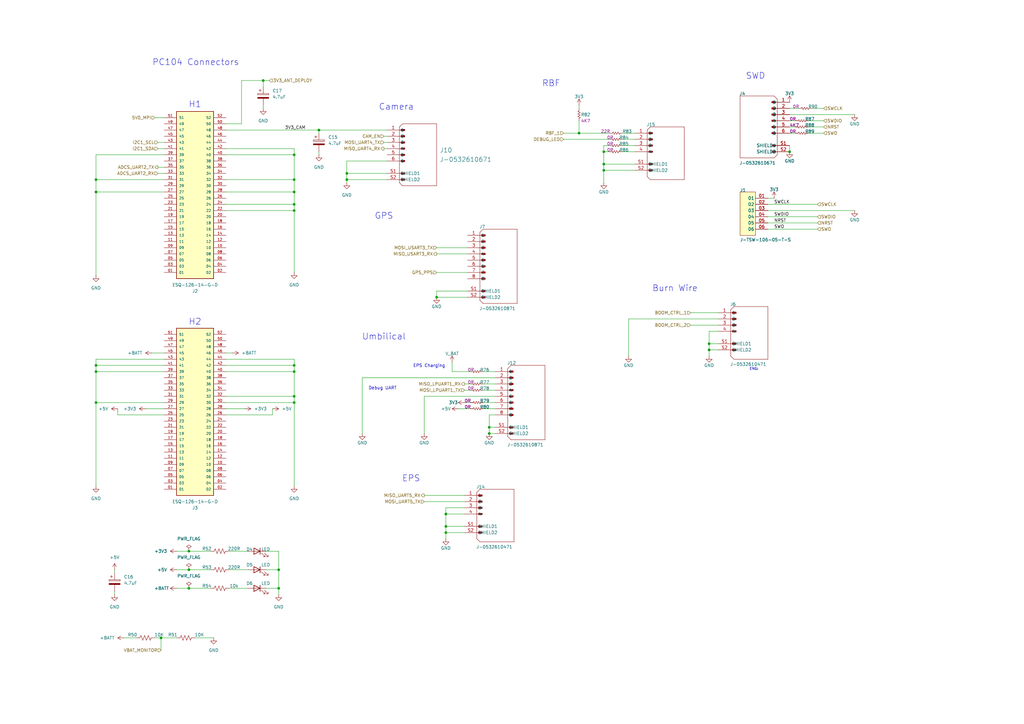
<source format=kicad_sch>
(kicad_sch (version 20250114) (generator "eeschema") (generator_version "9.0")
  (paper "A3")
  (text "H2" (at 80.01 132.08 0) (effects (font (size 2.54 2.54))))
  (text "PC104 Connectors" (at 80.264 25.654 0) (effects (font (size 2.54 2.54))))
  (text "RBF" (at 226.06 34.29 0) (effects (font (size 2.54 2.54))))
  (text "Debug UART" (at 151.13 160.02 0) (effects (font (size 1.27 1.27)) (justify left bottom)))
  (text "Burn Wire" (at 276.86 118.364 0) (effects (font (size 2.54 2.54))))
  (text "ENG:" (at 307.412 151.98 0) (effects (font (size 1.016 1.016)) (justify left bottom)))
  (text "Camera" (at 162.56 43.942 0) (effects (font (size 2.54 2.54))))
  (text "H1" (at 80.01 42.926 0) (effects (font (size 2.54 2.54))))
  (text "GPS" (at 157.48 88.646 0) (effects (font (size 2.54 2.54))))
  (text "EPS" (at 168.656 196.342 0) (effects (font (size 2.54 2.54))))
  (text "Umbilical" (at 157.48 138.176 0) (effects (font (size 2.54 2.54))))
  (text "EPS Charging" (at 169.418 150.876 0) (effects (font (size 1.27 1.27)) (justify left bottom)))
  (text "SWD" (at 309.88 31.242 0) (effects (font (size 2.54 2.54))))
  (junction (at 182.88 218.44))
  (junction (at 39.37 149.86))
  (junction (at 120.65 63.5))
  (junction (at 39.37 152.4))
  (junction (at 120.65 149.86))
  (junction (at 39.37 73.66))
  (junction (at 66.04 261.62))
  (junction (at 323.85 62.23))
  (junction (at 290.83 140.97))
  (junction (at 200.66 177.8))
  (junction (at 120.65 78.74))
  (junction (at 114.3 233.68))
  (junction (at 120.65 73.66))
  (junction (at 200.66 175.26))
  (junction (at 120.65 86.36))
  (junction (at 130.81 53.34))
  (junction (at 237.49 54.61))
  (junction (at 290.83 143.51))
  (junction (at 179.07 121.92))
  (junction (at 247.65 69.85))
  (junction (at 120.65 162.56))
  (junction (at 77.47 233.68))
  (junction (at 142.24 73.66))
  (junction (at 182.88 210.82))
  (junction (at 247.65 62.23))
  (junction (at 39.37 165.1))
  (junction (at 120.65 83.82))
  (junction (at 114.3 241.3))
  (junction (at 247.65 67.31))
  (junction (at 77.47 241.3))
  (junction (at 39.37 78.74))
  (junction (at 77.47 226.06))
  (junction (at 120.65 152.4))
  (junction (at 182.88 215.9))
  (junction (at 107.95 33.02))
  (junction (at 142.24 71.12))
  (junction (at 120.65 165.1))
  (wire (pts (xy 120.65 78.74) (xy 120.65 83.82)))
  (wire (pts (xy 326.39 52.07) (xy 323.85 52.07)))
  (wire (pts (xy 120.65 152.4) (xy 120.65 162.56)))
  (wire (pts (xy 39.37 78.74) (xy 67.31 78.74)))
  (wire (pts (xy 157.48 60.96) (xy 158.75 60.96)))
  (wire (pts (xy 107.95 44.45) (xy 107.95 43.18)))
  (wire (pts (xy 148.59 154.94) (xy 148.59 177.8)))
  (wire (pts (xy 250.19 62.23) (xy 247.65 62.23)))
  (wire (pts (xy 237.49 44.45) (xy 237.49 43.18)))
  (wire (pts (xy 92.71 53.34) (xy 130.81 53.34)))
  (wire (pts (xy 237.49 54.61) (xy 250.19 54.61)))
  (wire (pts (xy 294.64 140.97) (xy 290.83 140.97)))
  (wire (pts (xy 39.37 147.32) (xy 67.31 147.32)))
  (wire (pts (xy 114.3 241.3) (xy 114.3 243.84)))
  (wire (pts (xy 314.96 83.82) (xy 335.28 83.82)))
  (wire (pts (xy 190.5 218.44) (xy 182.88 218.44)))
  (wire (pts (xy 72.39 241.3) (xy 77.47 241.3)))
  (wire (pts (xy 77.47 241.3) (xy 86.36 241.3)))
  (wire (pts (xy 99.06 33.02) (xy 107.95 33.02)))
  (wire (pts (xy 185.42 152.4) (xy 193.04 152.4)))
  (wire (pts (xy 72.39 233.68) (xy 77.47 233.68)))
  (wire (pts (xy 46.99 243.84) (xy 46.99 242.57)))
  (wire (pts (xy 120.65 63.5) (xy 120.65 73.66)))
  (wire (pts (xy 294.64 135.89) (xy 290.83 135.89)))
  (wire (pts (xy 179.07 101.6) (xy 191.77 101.6)))
  (wire (pts (xy 260.35 54.61) (xy 255.27 54.61)))
  (wire (pts (xy 110.49 33.02) (xy 107.95 33.02)))
  (wire (pts (xy 93.98 226.06) (xy 101.6 226.06)))
  (wire (pts (xy 120.65 165.1) (xy 120.65 199.39)))
  (wire (pts (xy 72.39 226.06) (xy 77.47 226.06)))
  (wire (pts (xy 350.52 46.99) (xy 323.85 46.99)))
  (wire (pts (xy 48.26 170.18) (xy 67.31 170.18)))
  (wire (pts (xy 331.47 49.53) (xy 337.82 49.53)))
  (wire (pts (xy 203.2 157.48) (xy 198.12 157.48)))
  (wire (pts (xy 39.37 152.4) (xy 39.37 165.1)))
  (wire (pts (xy 332.74 44.45) (xy 337.82 44.45)))
  (wire (pts (xy 203.2 175.26) (xy 200.66 175.26)))
  (wire (pts (xy 257.81 130.81) (xy 257.81 146.05)))
  (wire (pts (xy 173.99 162.56) (xy 173.99 177.8)))
  (wire (pts (xy 120.65 147.32) (xy 120.65 149.86)))
  (wire (pts (xy 294.64 130.81) (xy 257.81 130.81)))
  (wire (pts (xy 120.65 83.82) (xy 120.65 86.36)))
  (wire (pts (xy 185.42 148.59) (xy 185.42 152.4)))
  (wire (pts (xy 77.47 233.68) (xy 86.36 233.68)))
  (wire (pts (xy 111.76 167.64) (xy 111.76 170.18)))
  (wire (pts (xy 48.26 167.64) (xy 48.26 170.18)))
  (wire (pts (xy 327.66 44.45) (xy 323.85 44.45)))
  (wire (pts (xy 92.71 147.32) (xy 120.65 147.32)))
  (wire (pts (xy 290.83 135.89) (xy 290.83 140.97)))
  (wire (pts (xy 198.12 165.1) (xy 203.2 165.1)))
  (wire (pts (xy 157.48 55.88) (xy 158.75 55.88)))
  (wire (pts (xy 247.65 74.93) (xy 247.65 69.85)))
  (wire (pts (xy 182.88 215.9) (xy 190.5 215.9)))
  (wire (pts (xy 92.71 149.86) (xy 120.65 149.86)))
  (wire (pts (xy 231.14 57.15) (xy 250.19 57.15)))
  (wire (pts (xy 130.81 63.5) (xy 130.81 62.23)))
  (wire (pts (xy 66.04 261.62) (xy 66.04 266.7)))
  (wire (pts (xy 193.04 160.02) (xy 190.5 160.02)))
  (wire (pts (xy 331.47 52.07) (xy 337.82 52.07)))
  (wire (pts (xy 193.04 167.64) (xy 187.96 167.64)))
  (wire (pts (xy 294.64 133.35) (xy 283.21 133.35)))
  (wire (pts (xy 179.07 121.92) (xy 179.07 119.38)))
  (wire (pts (xy 198.12 152.4) (xy 203.2 152.4)))
  (wire (pts (xy 198.12 167.64) (xy 203.2 167.64)))
  (wire (pts (xy 114.3 226.06) (xy 114.3 233.68)))
  (wire (pts (xy 39.37 63.5) (xy 39.37 73.66)))
  (wire (pts (xy 182.88 208.28) (xy 190.5 208.28)))
  (wire (pts (xy 193.04 165.1) (xy 190.5 165.1)))
  (wire (pts (xy 67.31 144.78) (xy 62.23 144.78)))
  (wire (pts (xy 92.71 63.5) (xy 120.65 63.5)))
  (wire (pts (xy 39.37 165.1) (xy 67.31 165.1)))
  (wire (pts (xy 120.65 86.36) (xy 120.65 111.76)))
  (wire (pts (xy 130.81 54.61) (xy 130.81 53.34)))
  (wire (pts (xy 173.99 205.74) (xy 190.5 205.74)))
  (wire (pts (xy 317.5 81.28) (xy 314.96 81.28)))
  (wire (pts (xy 182.88 210.82) (xy 190.5 210.82)))
  (wire (pts (xy 92.71 50.8) (xy 99.06 50.8)))
  (wire (pts (xy 198.12 160.02) (xy 203.2 160.02)))
  (wire (pts (xy 93.98 233.68) (xy 101.6 233.68)))
  (wire (pts (xy 260.35 69.85) (xy 247.65 69.85)))
  (wire (pts (xy 109.22 226.06) (xy 114.3 226.06)))
  (wire (pts (xy 67.31 63.5) (xy 39.37 63.5)))
  (wire (pts (xy 130.81 53.34) (xy 158.75 53.34)))
  (wire (pts (xy 50.8 261.62) (xy 55.88 261.62)))
  (wire (pts (xy 107.95 33.02) (xy 107.95 35.56)))
  (wire (pts (xy 64.77 60.96) (xy 67.31 60.96)))
  (wire (pts (xy 92.71 60.96) (xy 120.65 60.96)))
  (wire (pts (xy 120.65 149.86) (xy 120.65 152.4)))
  (wire (pts (xy 39.37 149.86) (xy 67.31 149.86)))
  (wire (pts (xy 283.21 128.27) (xy 294.64 128.27)))
  (wire (pts (xy 350.52 86.36) (xy 314.96 86.36)))
  (wire (pts (xy 142.24 73.66) (xy 158.75 73.66)))
  (wire (pts (xy 182.88 215.9) (xy 182.88 210.82)))
  (wire (pts (xy 92.71 83.82) (xy 120.65 83.82)))
  (wire (pts (xy 182.88 210.82) (xy 182.88 208.28)))
  (wire (pts (xy 100.33 167.64) (xy 92.71 167.64)))
  (wire (pts (xy 142.24 73.66) (xy 142.24 71.12)))
  (wire (pts (xy 63.5 48.26) (xy 67.31 48.26)))
  (wire (pts (xy 255.27 57.15) (xy 260.35 57.15)))
  (wire (pts (xy 290.83 143.51) (xy 290.83 146.05)))
  (wire (pts (xy 247.65 62.23) (xy 247.65 67.31)))
  (wire (pts (xy 77.47 226.06) (xy 86.36 226.06)))
  (wire (pts (xy 331.47 54.61) (xy 337.82 54.61)))
  (wire (pts (xy 179.07 119.38) (xy 191.77 119.38)))
  (wire (pts (xy 95.25 144.78) (xy 92.71 144.78)))
  (wire (pts (xy 39.37 152.4) (xy 67.31 152.4)))
  (wire (pts (xy 109.22 233.68) (xy 114.3 233.68)))
  (wire (pts (xy 314.96 93.98) (xy 335.28 93.98)))
  (wire (pts (xy 179.07 121.92) (xy 191.77 121.92)))
  (wire (pts (xy 200.66 175.26) (xy 200.66 177.8)))
  (wire (pts (xy 231.14 54.61) (xy 237.49 54.61)))
  (wire (pts (xy 80.01 261.62) (xy 87.63 261.62)))
  (wire (pts (xy 92.71 73.66) (xy 120.65 73.66)))
  (wire (pts (xy 323.85 62.23) (xy 323.85 59.69)))
  (wire (pts (xy 142.24 71.12) (xy 158.75 71.12)))
  (wire (pts (xy 250.19 59.69) (xy 247.65 59.69)))
  (wire (pts (xy 64.77 58.42) (xy 67.31 58.42)))
  (wire (pts (xy 247.65 69.85) (xy 247.65 67.31)))
  (wire (pts (xy 64.77 68.58) (xy 67.31 68.58)))
  (wire (pts (xy 182.88 218.44) (xy 182.88 220.98)))
  (wire (pts (xy 120.65 162.56) (xy 120.65 165.1)))
  (wire (pts (xy 39.37 78.74) (xy 39.37 113.03)))
  (wire (pts (xy 64.77 71.12) (xy 67.31 71.12)))
  (wire (pts (xy 314.96 91.44) (xy 335.28 91.44)))
  (wire (pts (xy 157.48 58.42) (xy 158.75 58.42)))
  (wire (pts (xy 109.22 241.3) (xy 114.3 241.3)))
  (wire (pts (xy 92.71 162.56) (xy 120.65 162.56)))
  (wire (pts (xy 247.65 59.69) (xy 247.65 62.23)))
  (wire (pts (xy 260.35 62.23) (xy 255.27 62.23)))
  (wire (pts (xy 158.75 66.04) (xy 142.24 66.04)))
  (wire (pts (xy 120.65 73.66) (xy 120.65 78.74)))
  (wire (pts (xy 179.07 104.14) (xy 191.77 104.14)))
  (wire (pts (xy 111.76 170.18) (xy 92.71 170.18)))
  (wire (pts (xy 326.39 54.61) (xy 323.85 54.61)))
  (wire (pts (xy 200.66 175.26) (xy 200.66 170.18)))
  (wire (pts (xy 39.37 73.66) (xy 67.31 73.66)))
  (wire (pts (xy 326.39 49.53) (xy 323.85 49.53)))
  (wire (pts (xy 142.24 74.93) (xy 142.24 73.66)))
  (wire (pts (xy 92.71 78.74) (xy 120.65 78.74)))
  (wire (pts (xy 92.71 152.4) (xy 120.65 152.4)))
  (wire (pts (xy 314.96 88.9) (xy 335.28 88.9)))
  (wire (pts (xy 39.37 149.86) (xy 39.37 152.4)))
  (wire (pts (xy 203.2 154.94) (xy 148.59 154.94)))
  (wire (pts (xy 120.65 60.96) (xy 120.65 63.5)))
  (wire (pts (xy 66.04 261.62) (xy 72.39 261.62)))
  (wire (pts (xy 179.07 111.76) (xy 191.77 111.76)))
  (wire (pts (xy 294.64 143.51) (xy 290.83 143.51)))
  (wire (pts (xy 99.06 33.02) (xy 99.06 50.8)))
  (wire (pts (xy 93.98 241.3) (xy 101.6 241.3)))
  (wire (pts (xy 200.66 177.8) (xy 203.2 177.8)))
  (wire (pts (xy 92.71 86.36) (xy 120.65 86.36)))
  (wire (pts (xy 39.37 165.1) (xy 39.37 199.39)))
  (wire (pts (xy 92.71 165.1) (xy 120.65 165.1)))
  (wire (pts (xy 203.2 162.56) (xy 173.99 162.56)))
  (wire (pts (xy 260.35 59.69) (xy 255.27 59.69)))
  (wire (pts (xy 59.69 167.64) (xy 67.31 167.64)))
  (wire (pts (xy 200.66 170.18) (xy 203.2 170.18)))
  (wire (pts (xy 63.5 261.62) (xy 66.04 261.62)))
  (wire (pts (xy 247.65 67.31) (xy 260.35 67.31)))
  (wire (pts (xy 46.99 233.68) (xy 46.99 234.95)))
  (wire (pts (xy 114.3 233.68) (xy 114.3 241.3)))
  (wire (pts (xy 182.88 218.44) (xy 182.88 215.9)))
  (wire (pts (xy 193.04 157.48) (xy 190.5 157.48)))
  (wire (pts (xy 237.49 54.61) (xy 237.49 49.53)))
  (wire (pts (xy 173.99 203.2) (xy 190.5 203.2)))
  (wire (pts (xy 39.37 73.66) (xy 39.37 78.74)))
  (wire (pts (xy 290.83 140.97) (xy 290.83 143.51)))
  (wire (pts (xy 142.24 66.04) (xy 142.24 71.12)))
  (wire (pts (xy 39.37 147.32) (xy 39.37 149.86)))
  (label "NRST" (at 317.5 91.44 0))
  (label "3V3_CAM" (at 116.84 53.34 0))
  (label "SWDIO" (at 317.5 88.9 0))
  (label "SWCLK" (at 317.5 83.82 0))
  (label "SWO" (at 317.5 93.98 0))
  (hierarchical_label "GPS_PPS" (shape input) (at 179.07 111.76 180))
  (hierarchical_label "SWCLK" (shape input) (at 337.82 44.45 0))
  (hierarchical_label "MISO_UART4_RX" (shape output) (at 157.48 60.96 180))
  (hierarchical_label "VBAT_MONITOR" (shape input) (at 66.04 266.7 180))
  (hierarchical_label "MOSI_USART3_TX" (shape input) (at 179.07 101.6 180))
  (hierarchical_label "NRST" (shape input) (at 335.28 91.44 0))
  (hierarchical_label "MOSI_UART4_TX" (shape input) (at 157.48 58.42 180))
  (hierarchical_label "SWO" (shape input) (at 335.28 93.98 0))
  (hierarchical_label "RBF_1" (shape input) (at 231.14 54.61 180))
  (hierarchical_label "MISO_UART5_RX" (shape output) (at 173.99 203.2 180))
  (hierarchical_label "NRST" (shape input) (at 337.82 52.07 0))
  (hierarchical_label "3V3_ANT_DEPLOY" (shape input) (at 110.49 33.02 0))
  (hierarchical_label "I2C1_SDA" (shape input) (at 64.77 60.96 180))
  (hierarchical_label "I2C1_SCL" (shape input) (at 64.77 58.42 180))
  (hierarchical_label "5V0_MPI" (shape input) (at 63.5 48.26 180))
  (hierarchical_label "CAM_EN" (shape input) (at 157.48 55.88 180))
  (hierarchical_label "SWDIO" (shape input) (at 335.28 88.9 0))
  (hierarchical_label "MISO_USART3_RX" (shape output) (at 179.07 104.14 180))
  (hierarchical_label "MOSI_LPUART1_TX" (shape input) (at 190.5 160.02 180))
  (hierarchical_label "SWDIO" (shape input) (at 337.82 49.53 0))
  (hierarchical_label "ADCS_UART2_TX" (shape output) (at 64.77 68.58 180))
  (hierarchical_label "ADCS_UART2_RX" (shape input) (at 64.77 71.12 180))
  (hierarchical_label "BOOM_CTRL_1" (shape input) (at 283.21 128.27 180))
  (hierarchical_label "MISO_LPUART1_RX" (shape output) (at 190.5 157.48 180))
  (hierarchical_label "DEBUG_LED" (shape input) (at 231.14 57.15 180))
  (hierarchical_label "MOSI_UART5_TX" (shape input) (at 173.99 205.74 180))
  (hierarchical_label "BOOM_CTRL_2" (shape input) (at 283.21 133.35 180))
  (hierarchical_label "SWO" (shape input) (at 337.82 54.61 0))
  (hierarchical_label "SWCLK" (shape input) (at 335.28 83.82 0))
  (symbol (lib_id "power:GND") (at 130.81 63.5 0) (unit 1)
    (property "Reference" "#PWR40" (effects (hide yes)))
    (property "Value" "GND" (at 130.81 68.58 0))
    (property "Description" "Power symbol creates a global label with name \"GND\" , ground" (effects (hide yes)))
  )
  (symbol (lib_id "power:+3V3") (at 190.5 165.1 90) (unit 1)
    (property "Reference" "#PWR100" (effects (hide yes)))
    (property "Value" "3V3" (at 185.928 165.1 90))
    (property "Description" "Power symbol creates a global label with name \"+3V3\"" (effects (hide yes)))
  )
  (symbol (lib_id "power:GND") (at 114.3 243.84 0) (unit 1)
    (property "Reference" "#PWR4" (effects (hide yes)))
    (property "Value" "GND" (at 114.3 248.92 0))
    (property "Description" "Power symbol creates a global label with name \"GND\" , ground" (effects (hide yes)))
  )
  (symbol (lib_id "OBC Development Board:root_0_RT-0R00-F-1/10W-0603_OBC Development Board.SchLib") (at 250.19 59.69 0) (unit 1)
    (property "Reference" "R85" (at 254 59.69 0) (effects (justify left bottom)))
    (property "Value" "0R" (effects (hide yes)))
    (property "Footprint" "0603" (effects (hide yes)))
    (property "Description" "0 Ohms Jumper 0.1W, 1/10W Chip Resistor 0603 (1608 Metric) Automotive AEC-Q200 Thick Film" (effects (hide yes)))
    (property "COMPONENTLINK1DESCRIPTION" "Datasheet" (effects (hide yes)))
    (property "COMPONENTLINK1URL" "https://industrial.panasonic.com/ww/products/resistors/chip-resistors/general-purpose-chip-resistors/models/ERJ2GE0R00X" (effects (hide yes)))
    (property "COMPONENTLINK2DESCRIPTION" "Manufacturer Website" (effects (hide yes)))
    (property "DISTRIBUTOR" "Digikey" (effects (hide yes)))
    (property "DISTRIBUTOR PART #" "RMCF0603ZT0R00CT-ND" (effects (hide yes)))
    (property "MANUFACTURER" "Stackpole Electronics Inc" (effects (hide yes)))
    (property "MANUFACTURER PART #" "RMCF0603ZT0R00" (effects (hide yes)))
    (property "PART DESCRIPTION" "0 Ohms Jumper 0.1W, 1/10W Chip Resistor 0603 (1608 Metric) Automotive AEC-Q200 Thick Film" (effects (hide yes)))
    (property "COMPONENTLINK2URL" "https://industrial.panasonic.com/ww/products/resistors/chip-resistors/general-purpose-chip-resistors/models/ERJ2GE0R00X" (effects (hide yes)))
    (property "ALTIUM_VALUE" "0R" (at 248.92 59.69 0) (effects (justify left bottom)))
  )
  (symbol (lib_id "OBC Development Board:root_0_RT-0R00-F-1/10W-0603_OBC Development Board.SchLib") (at 250.19 57.15 0) (unit 1)
    (property "Reference" "R84" (at 254 57.15 0) (effects (justify left bottom)))
    (property "Value" "0R" (effects (hide yes)))
    (property "Footprint" "0603" (effects (hide yes)))
    (property "Description" "0 Ohms Jumper 0.1W, 1/10W Chip Resistor 0603 (1608 Metric) Automotive AEC-Q200 Thick Film" (effects (hide yes)))
    (property "COMPONENTLINK1DESCRIPTION" "Datasheet" (effects (hide yes)))
    (property "COMPONENTLINK1URL" "https://industrial.panasonic.com/ww/products/resistors/chip-resistors/general-purpose-chip-resistors/models/ERJ2GE0R00X" (effects (hide yes)))
    (property "COMPONENTLINK2DESCRIPTION" "Manufacturer Website" (effects (hide yes)))
    (property "DISTRIBUTOR" "Digikey" (effects (hide yes)))
    (property "DISTRIBUTOR PART #" "RMCF0603ZT0R00CT-ND" (effects (hide yes)))
    (property "MANUFACTURER" "Stackpole Electronics Inc" (effects (hide yes)))
    (property "MANUFACTURER PART #" "RMCF0603ZT0R00" (effects (hide yes)))
    (property "PART DESCRIPTION" "0 Ohms Jumper 0.1W, 1/10W Chip Resistor 0603 (1608 Metric) Automotive AEC-Q200 Thick Film" (effects (hide yes)))
    (property "COMPONENTLINK2URL" "https://industrial.panasonic.com/ww/products/resistors/chip-resistors/general-purpose-chip-resistors/models/ERJ2GE0R00X" (effects (hide yes)))
    (property "ALTIUM_VALUE" "0R" (at 248.92 57.15 0) (effects (justify left bottom)))
  )
  (symbol (lib_id "power:GND") (at 323.85 62.23 0) (unit 1)
    (property "Reference" "#PWR105" (effects (hide yes)))
    (property "Value" "GND" (at 323.85 66.04 0))
    (property "Description" "Power symbol creates a global label with name \"GND\" , ground" (effects (hide yes)))
  )
  (symbol (lib_id "power:+3V3") (at 323.85 41.91 0) (unit 1)
    (property "Reference" "#PWR104" (effects (hide yes)))
    (property "Value" "3V3" (at 323.85 38.354 0))
    (property "Description" "Power symbol creates a global label with name \"+3V3\"" (effects (hide yes)))
  )
  (symbol (lib_id "OBC Development Board:root_0_mirrored_RT-0R00-F-1/10W-0603_OBC Development Board.SchLib") (at 331.47 54.61 0) (unit 1)
    (property "Reference" "R89" (at 330.2 54.61 0) (effects (justify left bottom)))
    (property "Value" "0R" (effects (hide yes)))
    (property "Footprint" "0603" (effects (hide yes)))
    (property "Description" "0 Ohms Jumper 0.1W, 1/10W Chip Resistor 0603 (1608 Metric) Automotive AEC-Q200 Thick Film" (effects (hide yes)))
    (property "COMPONENTLINK1DESCRIPTION" "Datasheet" (effects (hide yes)))
    (property "COMPONENTLINK1URL" "https://industrial.panasonic.com/ww/products/resistors/chip-resistors/general-purpose-chip-resistors/models/ERJ2GE0R00X" (effects (hide yes)))
    (property "COMPONENTLINK2DESCRIPTION" "Manufacturer Website" (effects (hide yes)))
    (property "DISTRIBUTOR" "Digikey" (effects (hide yes)))
    (property "DISTRIBUTOR PART #" "RMCF0603ZT0R00CT-ND" (effects (hide yes)))
    (property "MANUFACTURER" "Stackpole Electronics Inc" (effects (hide yes)))
    (property "MANUFACTURER PART #" "RMCF0603ZT0R00" (effects (hide yes)))
    (property "PART DESCRIPTION" "0 Ohms Jumper 0.1W, 1/10W Chip Resistor 0603 (1608 Metric) Automotive AEC-Q200 Thick Film" (effects (hide yes)))
    (property "COMPONENTLINK2URL" "https://industrial.panasonic.com/ww/products/resistors/chip-resistors/general-purpose-chip-resistors/models/ERJ2GE0R00X" (effects (hide yes)))
    (property "ALTIUM_VALUE" "0R" (at 323.85 54.61 0) (effects (justify left bottom)))
  )
  (symbol (lib_id "OBC Development Board:root_0_mirrored_J-0532610671_OBC Development Board.SchLib") (at 311.15 52.07 0) (unit 1)
    (property "Reference" "J4" (at 303.276 39.116 0) (effects (justify left bottom)))
    (property "Value" "J-0532610671" (at 303.276 67.564 0) (effects (justify left bottom)))
    (property "Footprint" "J-0532610671" (effects (hide yes)))
    (property "Description" "CONN HEADER SMD R/A 6POS 1.25MM" (effects (hide yes)))
    (property "MANFACTURER" "Molex" (effects (hide yes)))
    (property "DISTRIBUTOR" "Digi-Key" (effects (hide yes)))
    (property "MANFACTURER PART #" "0532610671" (effects (hide yes)))
    (property "DISTRIBUTOR PART #" "WM7624CT-ND" (effects (hide yes)))
  )
  (symbol (lib_id "OBC Development Board:root_2_RT-4K7-F-1/16W-0603_OBC Development Board.SchLib") (at 331.47 52.07 0) (unit 1)
    (property "Reference" "R88" (at 330.2 52.07 0) (effects (justify left bottom)))
    (property "Value" "4K7" (effects (hide yes)))
    (property "Footprint" "0603" (effects (hide yes)))
    (property "Description" "RES SMD 4.7K OHM 1% 1/10W 0603" (effects (hide yes)))
    (property "COMPONENTLINK1DESCRIPTION" "Datasheet" (effects (hide yes)))
    (property "COMPONENTLINK1URL" "https://www.vishay.com/docs/20035/dcrcwe3.pdf" (effects (hide yes)))
    (property "COMPONENTLINK2DESCRIPTION" "Manufacturer Website" (effects (hide yes)))
    (property "DISTRIBUTOR" "Digikey" (effects (hide yes)))
    (property "DISTRIBUTOR PART #" "CR0603-FX-4701ELFCT-ND" (effects (hide yes)))
    (property "MANUFACTURER" "Bourns Inc." (effects (hide yes)))
    (property "MANUFACTURER PART #" "CR0603-FX-4701ELF" (effects (hide yes)))
    (property "PART DESCRIPTION" "RES SMD 4.7K OHM 1% 1/10W 0603" (effects (hide yes)))
    (property "COMPONENTLINK2URL" "https://www.vishay.com/" (effects (hide yes)))
    (property "ALTIUM_VALUE" "4K7" (at 323.85 52.07 0) (effects (justify left bottom)))
  )
  (symbol (lib_id "OBC Development Board:root_0_J-0532610471_OBC Development Board.SchLib") (at 273.05 67.31 0) (unit 1)
    (property "Reference" "J15" (at 265.176 51.816 0) (effects (justify left bottom)))
    (property "Value" "J-0532610471" (effects (hide yes)))
    (property "Footprint" "J-53261-0471" (effects (hide yes)))
    (property "Description" "CONN HEADER SMD R/A 4POS 1.25MM" (effects (hide yes)))
    (property "MANFACTURER PART #" "0532610471" (effects (hide yes)))
    (property "MANFACTURER" "Molex" (effects (hide yes)))
    (property "DISTRIBUTOR PART #" "WM7622CT-ND" (effects (hide yes)))
    (property "DISTRIBUTOR" "Digi-Key" (effects (hide yes)))
  )
  (symbol (lib_id "OBC Development Board:root_0_RT-0R00-F-1/10W-0603_OBC Development Board.SchLib") (at 193.04 157.48 0) (unit 1)
    (property "Reference" "R77" (at 196.85 157.48 0) (effects (justify left bottom)))
    (property "Value" "0R" (effects (hide yes)))
    (property "Footprint" "0603" (effects (hide yes)))
    (property "Description" "0 Ohms Jumper 0.1W, 1/10W Chip Resistor 0603 (1608 Metric) Automotive AEC-Q200 Thick Film" (effects (hide yes)))
    (property "COMPONENTLINK1DESCRIPTION" "Datasheet" (effects (hide yes)))
    (property "COMPONENTLINK1URL" "https://industrial.panasonic.com/ww/products/resistors/chip-resistors/general-purpose-chip-resistors/models/ERJ2GE0R00X" (effects (hide yes)))
    (property "COMPONENTLINK2DESCRIPTION" "Manufacturer Website" (effects (hide yes)))
    (property "DISTRIBUTOR" "Digikey" (effects (hide yes)))
    (property "DISTRIBUTOR PART #" "RMCF0603ZT0R00CT-ND" (effects (hide yes)))
    (property "MANUFACTURER" "Stackpole Electronics Inc" (effects (hide yes)))
    (property "MANUFACTURER PART #" "RMCF0603ZT0R00" (effects (hide yes)))
    (property "PART DESCRIPTION" "0 Ohms Jumper 0.1W, 1/10W Chip Resistor 0603 (1608 Metric) Automotive AEC-Q200 Thick Film" (effects (hide yes)))
    (property "COMPONENTLINK2URL" "https://industrial.panasonic.com/ww/products/resistors/chip-resistors/general-purpose-chip-resistors/models/ERJ2GE0R00X" (effects (hide yes)))
    (property "ALTIUM_VALUE" "0R" (at 191.77 157.48 0) (effects (justify left bottom)))
  )
  (symbol (lib_id "power:GND") (at 257.81 146.05 0) (unit 1)
    (property "Reference" "#PWR79" (effects (hide yes)))
    (property "Value" "GND" (at 257.81 149.86 0))
    (property "Description" "Power symbol creates a global label with name \"GND\" , ground" (effects (hide yes)))
  )
  (symbol (lib_id "Device:C_Polarized") (at 107.95 39.37 0) (unit 1)
    (property "Reference" "C17" (at 111.76 37.2109 0) (effects (justify left)))
    (property "Value" "4.7uF" (at 111.76 39.7509 0) (effects (justify left)))
    (property "Description" "Polarized capacitor" (effects (hide yes)))
  )
  (symbol (lib_id "ESQ-126-14-G-D:ESQ-126-14-G-D") (at 80.01 167.64 0) (mirror x) (unit 1)
    (property "Reference" "J3" (at 80.01 208.28 0))
    (property "Value" "ESQ-126-14-G-D" (at 80.01 205.74 0))
    (property "Footprint" "ESQ-126-14-G-D:SAMTEC_ESQ-126-14-G-D" (effects (hide yes)))
    (property "PARTREV" "R" (effects (hide yes)))
    (property "STANDARD" "Manufacturer Recommendations" (effects (hide yes)))
    (property "MANUFACTURER" "Samtec" (effects (hide yes)))
  )
  (symbol (lib_id "Device:R_US") (at 90.17 226.06 90) (unit 1)
    (property "Reference" "R52" (at 84.836 225.044 90))
    (property "Value" "220R" (at 96.012 225.044 90))
    (property "Description" "Resistor, US symbol" (effects (hide yes)))
  )
  (symbol (lib_id "power:GND") (at 39.37 199.39 0) (unit 1)
    (property "Reference" "#PWR31" (effects (hide yes)))
    (property "Value" "GND" (at 39.37 204.47 0))
    (property "Description" "Power symbol creates a global label with name \"GND\" , ground" (effects (hide yes)))
  )
  (symbol (lib_id "power:+5V") (at 46.99 233.68 0) (unit 1)
    (property "Reference" "#PWR041" (effects (hide yes)))
    (property "Value" "+5V" (at 46.99 228.6 0))
    (property "Description" "Power symbol creates a global label with name \"+5V\"" (effects (hide yes)))
  )
  (symbol (lib_id "OBC Development Board:root_0_mirrored_J-TSW-106-05-T-S_OBC Development Board.SchLib") (at 302.26 88.9 0) (unit 1)
    (property "Reference" "J1" (at 303.53 78.74 0) (effects (justify left bottom)))
    (property "Value" "J-TSW-106-05-T-S" (at 303.53 99.06 0) (effects (justify left bottom)))
    (property "Footprint" "J-TSW-106-05-T-S" (effects (hide yes)))
    (property "Description" "CONN HEADER VERT 6POS 2.54MM" (effects (hide yes)))
    (property "DISTRBUTOR PART #" "SAM12323-ND" (effects (hide yes)))
    (property "DISTRBUTOR" "None" (effects (hide yes)))
    (property "MANUFACTURER PART #" "TSW-106-05-T-S" (effects (hide yes)))
    (property "MANUFACTURER" "Samtec" (effects (hide yes)))
    (property "PRICE" "None" (effects (hide yes)))
  )
  (symbol (lib_id "Device:LED") (at 105.41 241.3 0) (mirror y) (unit 1)
    (property "Reference" "D6" (at 102.362 239.268 0))
    (property "Value" "LED" (at 108.966 239.268 0))
    (property "Description" "Light emitting diode" (effects (hide yes)))
    (property "Sim.Pins" "1=K 2=A" (effects (hide yes)))
  )
  (symbol (lib_id "OBC Development Board:root_0_mirrored_RT-0R00-F-1/10W-0603_OBC Development Board.SchLib") (at 331.47 49.53 0) (unit 1)
    (property "Reference" "R87" (at 330.2 49.53 0) (effects (justify left bottom)))
    (property "Value" "0R" (effects (hide yes)))
    (property "Footprint" "0603" (effects (hide yes)))
    (property "Description" "0 Ohms Jumper 0.1W, 1/10W Chip Resistor 0603 (1608 Metric) Automotive AEC-Q200 Thick Film" (effects (hide yes)))
    (property "COMPONENTLINK1DESCRIPTION" "Datasheet" (effects (hide yes)))
    (property "COMPONENTLINK1URL" "https://industrial.panasonic.com/ww/products/resistors/chip-resistors/general-purpose-chip-resistors/models/ERJ2GE0R00X" (effects (hide yes)))
    (property "COMPONENTLINK2DESCRIPTION" "Manufacturer Website" (effects (hide yes)))
    (property "DISTRIBUTOR" "Digikey" (effects (hide yes)))
    (property "DISTRIBUTOR PART #" "RMCF0603ZT0R00CT-ND" (effects (hide yes)))
    (property "MANUFACTURER" "Stackpole Electronics Inc" (effects (hide yes)))
    (property "MANUFACTURER PART #" "RMCF0603ZT0R00" (effects (hide yes)))
    (property "PART DESCRIPTION" "0 Ohms Jumper 0.1W, 1/10W Chip Resistor 0603 (1608 Metric) Automotive AEC-Q200 Thick Film" (effects (hide yes)))
    (property "COMPONENTLINK2URL" "https://industrial.panasonic.com/ww/products/resistors/chip-resistors/general-purpose-chip-resistors/models/ERJ2GE0R00X" (effects (hide yes)))
    (property "ALTIUM_VALUE" "0R" (at 323.85 49.53 0) (effects (justify left bottom)))
  )
  (symbol (lib_id "power:GND") (at 120.65 111.76 0) (unit 1)
    (property "Reference" "#PWR38" (effects (hide yes)))
    (property "Value" "GND" (at 120.65 116.84 0))
    (property "Description" "Power symbol creates a global label with name \"GND\" , ground" (effects (hide yes)))
  )
  (symbol (lib_id "power:PWR_FLAG") (at 77.47 241.3 0) (unit 1)
    (property "Reference" "#FLG04" (effects (hide yes)))
    (property "Value" "PWR_FLAG" (at 77.47 236.22 0))
    (property "Description" "Special symbol for telling ERC where power comes from" (effects (hide yes)))
  )
  (symbol (lib_id "Device:R_US") (at 90.17 241.3 90) (unit 1)
    (property "Reference" "R54" (at 84.836 240.284 90))
    (property "Value" "10k" (at 96.012 240.284 90))
    (property "Description" "Resistor, US symbol" (effects (hide yes)))
  )
  (symbol (lib_id "OBC Development Board:root_0_J-0532610471_OBC Development Board.SchLib") (at 307.34 140.97 0) (unit 1)
    (property "Reference" "J6" (at 299.466 125.476 0) (effects (justify left bottom)))
    (property "Value" "J-0532610471" (at 299.466 150.114 0) (effects (justify left bottom)))
    (property "Footprint" "J-53261-0471" (effects (hide yes)))
    (property "Description" "CONN HEADER SMD R/A 4POS 1.25MM" (effects (hide yes)))
    (property "MANFACTURER PART #" "0532610471" (effects (hide yes)))
    (property "MANFACTURER" "Molex" (effects (hide yes)))
    (property "DISTRIBUTOR PART #" "WM7622CT-ND" (effects (hide yes)))
    (property "DISTRIBUTOR" "Digi-Key" (effects (hide yes)))
  )
  (symbol (lib_id "power:+5V") (at 111.76 167.64 270) (mirror x) (unit 1)
    (property "Reference" "#PWR037" (effects (hide yes)))
    (property "Value" "+5V" (at 115.57 167.6399 90) (effects (justify left)))
    (property "Description" "Power symbol creates a global label with name \"+5V\"" (effects (hide yes)))
  )
  (symbol (lib_id "power:GND") (at 247.65 74.93 0) (unit 1)
    (property "Reference" "#PWR103" (effects (hide yes)))
    (property "Value" "GND" (at 247.65 78.74 0))
    (property "Description" "Power symbol creates a global label with name \"GND\" , ground" (effects (hide yes)))
  )
  (symbol (lib_id "power:+3V3") (at 237.49 43.18 0) (unit 1)
    (property "Reference" "#PWR82" (effects (hide yes)))
    (property "Value" "3V3" (at 237.49 39.624 0))
    (property "Description" "Power symbol creates a global label with name \"+3V3\"" (effects (hide yes)))
  )
  (symbol (lib_id "power:+3V3") (at 317.5 81.28 0) (unit 1)
    (property "Reference" "#PWR80" (effects (hide yes)))
    (property "Value" "3V3" (at 317.5 77.724 0))
    (property "Description" "Power symbol creates a global label with name \"+3V3\"" (effects (hide yes)))
  )
  (symbol (lib_id "Device:LED") (at 105.41 226.06 0) (mirror y) (unit 1)
    (property "Reference" "D4" (at 102.362 225.298 0))
    (property "Value" "LED" (at 108.966 225.298 0))
    (property "Description" "Light emitting diode" (effects (hide yes)))
    (property "Sim.Pins" "1=K 2=A" (effects (hide yes)))
  )
  (symbol (lib_id "power:+3V3") (at 72.39 226.06 90) (mirror x) (unit 1)
    (property "Reference" "#PWR046" (effects (hide yes)))
    (property "Value" "+3V3" (at 68.58 226.0599 90) (effects (justify left)))
    (property "Description" "Power symbol creates a global label with name \"+3V3\"" (effects (hide yes)))
  )
  (symbol (lib_id "Device:LED") (at 105.41 233.68 0) (mirror y) (unit 1)
    (property "Reference" "D5" (at 102.362 231.648 0))
    (property "Value" "LED" (at 108.966 231.648 0))
    (property "Description" "Light emitting diode" (effects (hide yes)))
    (property "Sim.Pins" "1=K 2=A" (effects (hide yes)))
  )
  (symbol (lib_id "Device:R_US") (at 90.17 233.68 90) (unit 1)
    (property "Reference" "R53" (at 84.836 232.664 90))
    (property "Value" "220R" (at 96.012 232.664 90))
    (property "Description" "Resistor, US symbol" (effects (hide yes)))
  )
  (symbol (lib_id "power:GND") (at 290.83 146.05 0) (unit 1)
    (property "Reference" "#PWR118" (effects (hide yes)))
    (property "Value" "GND" (at 290.83 149.86 0))
    (property "Description" "Power symbol creates a global label with name \"GND\" , ground" (effects (hide yes)))
  )
  (symbol (lib_id "ESQ-126-14-G-D:ESQ-126-14-G-D") (at 80.01 78.74 0) (mirror x) (unit 1)
    (property "Reference" "J2" (at 80.01 119.38 0))
    (property "Value" "ESQ-126-14-G-D" (at 80.01 116.84 0))
    (property "Footprint" "ESQ-126-14-G-D:SAMTEC_ESQ-126-14-G-D" (effects (hide yes)))
    (property "PARTREV" "R" (effects (hide yes)))
    (property "STANDARD" "Manufacturer Recommendations" (effects (hide yes)))
    (property "MANUFACTURER" "Samtec" (effects (hide yes)))
  )
  (symbol (lib_id "OBC Development Board:root_2_mirrored_RT-22R0-F-1/16W-0603_OBC Development Board.SchLib") (at 250.19 54.61 0) (unit 1)
    (property "Reference" "R83" (at 255.27 54.61 0) (effects (justify left bottom)))
    (property "Value" "22R" (effects (hide yes)))
    (property "Footprint" "0603" (effects (hide yes)))
    (property "Description" "22 Ohms ±0.5% 0.063W, 1/16W Chip Resistor 0603 (1608 Metric) - Thin Film" (effects (hide yes)))
    (property "COMPONENTLINK1DESCRIPTION" "Datasheet" (effects (hide yes)))
    (property "COMPONENTLINK1URL" "https://www.vishay.com/docs/20035/dcrcwe3.pdf" (effects (hide yes)))
    (property "COMPONENTLINK2DESCRIPTION" "Manufacturer Website" (effects (hide yes)))
    (property "DISTRIBUTOR" "Digikey" (effects (hide yes)))
    (property "DISTRIBUTOR PART #" "RR08Q22DCT-ND" (effects (hide yes)))
    (property "MANUFACTURER" "Susumu" (effects (hide yes)))
    (property "MANUFACTURER PART #" "RR0816Q-220-D" (effects (hide yes)))
    (property "PART DESCRIPTION" "22 Ohms ±0.5% 0.063W, 1/16W Chip Resistor 0603 (1608 Metric) - Thin Film" (effects (hide yes)))
    (property "COMPONENTLINK2URL" "https://www.vishay.com/" (effects (hide yes)))
    (property "ALTIUM_VALUE" "22R" (at 246.38 54.61 0) (effects (justify left bottom)))
  )
  (symbol (lib_id "power:+BATT") (at 50.8 261.62 90) (unit 1)
    (property "Reference" "#PWR043" (effects (hide yes)))
    (property "Value" "+BATT" (at 46.99 261.6199 90) (effects (justify left)))
    (property "Description" "Power symbol creates a global label with name \"+BATT\"" (effects (hide yes)))
  )
  (symbol (lib_id "power:GND") (at 350.52 86.36 0) (unit 1)
    (property "Reference" "#PWR115" (effects (hide yes)))
    (property "Value" "GND" (at 350.52 90.17 0))
    (property "Description" "Power symbol creates a global label with name \"GND\" , ground" (effects (hide yes)))
  )
  (symbol (lib_id "power:+5V") (at 48.26 167.64 90) (unit 1)
    (property "Reference" "#PWR032" (effects (hide yes)))
    (property "Value" "+5V" (at 44.45 167.6399 90) (effects (justify left)))
    (property "Description" "Power symbol creates a global label with name \"+5V\"" (effects (hide yes)))
  )
  (symbol (lib_id "OBC Development Board:root_0_mirrored_RT-0R00-F-1/10W-0603_OBC Development Board.SchLib") (at 198.12 167.64 0) (unit 1)
    (property "Reference" "R80" (at 196.85 167.64 0) (effects (justify left bottom)))
    (property "Value" "0R" (effects (hide yes)))
    (property "Footprint" "0603" (effects (hide yes)))
    (property "Description" "0 Ohms Jumper 0.1W, 1/10W Chip Resistor 0603 (1608 Metric) Automotive AEC-Q200 Thick Film" (effects (hide yes)))
    (property "COMPONENTLINK1DESCRIPTION" "Datasheet" (effects (hide yes)))
    (property "COMPONENTLINK1URL" "https://industrial.panasonic.com/ww/products/resistors/chip-resistors/general-purpose-chip-resistors/models/ERJ2GE0R00X" (effects (hide yes)))
    (property "COMPONENTLINK2DESCRIPTION" "Manufacturer Website" (effects (hide yes)))
    (property "DISTRIBUTOR" "Digikey" (effects (hide yes)))
    (property "DISTRIBUTOR PART #" "RMCF0603ZT0R00CT-ND" (effects (hide yes)))
    (property "MANUFACTURER" "Stackpole Electronics Inc" (effects (hide yes)))
    (property "MANUFACTURER PART #" "RMCF0603ZT0R00" (effects (hide yes)))
    (property "PART DESCRIPTION" "0 Ohms Jumper 0.1W, 1/10W Chip Resistor 0603 (1608 Metric) Automotive AEC-Q200 Thick Film" (effects (hide yes)))
    (property "COMPONENTLINK2URL" "https://industrial.panasonic.com/ww/products/resistors/chip-resistors/general-purpose-chip-resistors/models/ERJ2GE0R00X" (effects (hide yes)))
    (property "ALTIUM_VALUE" "0R" (at 190.5 167.64 0) (effects (justify left bottom)))
  )
  (symbol (lib_id "OBC Development Board:root_0_RT-0R00-F-1/10W-0603_OBC Development Board.SchLib") (at 193.04 160.02 0) (unit 1)
    (property "Reference" "R78" (at 196.85 160.02 0) (effects (justify left bottom)))
    (property "Value" "0R" (effects (hide yes)))
    (property "Footprint" "0603" (effects (hide yes)))
    (property "Description" "0 Ohms Jumper 0.1W, 1/10W Chip Resistor 0603 (1608 Metric) Automotive AEC-Q200 Thick Film" (effects (hide yes)))
    (property "COMPONENTLINK1DESCRIPTION" "Datasheet" (effects (hide yes)))
    (property "COMPONENTLINK1URL" "https://industrial.panasonic.com/ww/products/resistors/chip-resistors/general-purpose-chip-resistors/models/ERJ2GE0R00X" (effects (hide yes)))
    (property "COMPONENTLINK2DESCRIPTION" "Manufacturer Website" (effects (hide yes)))
    (property "DISTRIBUTOR" "Digikey" (effects (hide yes)))
    (property "DISTRIBUTOR PART #" "RMCF0603ZT0R00CT-ND" (effects (hide yes)))
    (property "MANUFACTURER" "Stackpole Electronics Inc" (effects (hide yes)))
    (property "MANUFACTURER PART #" "RMCF0603ZT0R00" (effects (hide yes)))
    (property "PART DESCRIPTION" "0 Ohms Jumper 0.1W, 1/10W Chip Resistor 0603 (1608 Metric) Automotive AEC-Q200 Thick Film" (effects (hide yes)))
    (property "COMPONENTLINK2URL" "https://industrial.panasonic.com/ww/products/resistors/chip-resistors/general-purpose-chip-resistors/models/ERJ2GE0R00X" (effects (hide yes)))
    (property "ALTIUM_VALUE" "0R" (at 191.77 160.02 0) (effects (justify left bottom)))
  )
  (symbol (lib_id "power:+BATT") (at 72.39 241.3 90) (unit 1)
    (property "Reference" "#PWR045" (effects (hide yes)))
    (property "Value" "+BATT" (at 66.294 241.3 90))
    (property "Description" "Power symbol creates a global label with name \"+BATT\"" (effects (hide yes)))
  )
  (symbol (lib_id "power:GND") (at 179.07 121.92 0) (unit 1)
    (property "Reference" "#PWR96" (effects (hide yes)))
    (property "Value" "GND" (at 179.07 125.73 0))
    (property "Description" "Power symbol creates a global label with name \"GND\" , ground" (effects (hide yes)))
  )
  (symbol (lib_id "power:GND") (at 350.52 46.99 0) (unit 1)
    (property "Reference" "#PWR114" (effects (hide yes)))
    (property "Value" "GND" (at 350.52 50.8 0))
    (property "Description" "Power symbol creates a global label with name \"GND\" , ground" (effects (hide yes)))
  )
  (symbol (lib_id "power:+BATT") (at 62.23 144.78 90) (unit 1)
    (property "Reference" "#PWR034" (effects (hide yes)))
    (property "Value" "+BATT" (at 58.42 144.7799 90) (effects (justify left)))
    (property "Description" "Power symbol creates a global label with name \"+BATT\"" (effects (hide yes)))
  )
  (symbol (lib_id "Device:C_Polarized") (at 46.99 238.76 0) (unit 1)
    (property "Reference" "C16" (at 50.8 236.6009 0) (effects (justify left)))
    (property "Value" "4.7uF" (at 50.8 239.1409 0) (effects (justify left)))
    (property "Description" "Polarized capacitor" (effects (hide yes)))
  )
  (symbol (lib_id "OBC Development Board:root_0_mirrored_RT-0R00-F-1/10W-0603_OBC Development Board.SchLib") (at 198.12 165.1 0) (unit 1)
    (property "Reference" "R79" (at 196.85 165.1 0) (effects (justify left bottom)))
    (property "Value" "0R" (effects (hide yes)))
    (property "Footprint" "0603" (effects (hide yes)))
    (property "Description" "0 Ohms Jumper 0.1W, 1/10W Chip Resistor 0603 (1608 Metric) Automotive AEC-Q200 Thick Film" (effects (hide yes)))
    (property "COMPONENTLINK1DESCRIPTION" "Datasheet" (effects (hide yes)))
    (property "COMPONENTLINK1URL" "https://industrial.panasonic.com/ww/products/resistors/chip-resistors/general-purpose-chip-resistors/models/ERJ2GE0R00X" (effects (hide yes)))
    (property "COMPONENTLINK2DESCRIPTION" "Manufacturer Website" (effects (hide yes)))
    (property "DISTRIBUTOR" "Digikey" (effects (hide yes)))
    (property "DISTRIBUTOR PART #" "RMCF0603ZT0R00CT-ND" (effects (hide yes)))
    (property "MANUFACTURER" "Stackpole Electronics Inc" (effects (hide yes)))
    (property "MANUFACTURER PART #" "RMCF0603ZT0R00" (effects (hide yes)))
    (property "PART DESCRIPTION" "0 Ohms Jumper 0.1W, 1/10W Chip Resistor 0603 (1608 Metric) Automotive AEC-Q200 Thick Film" (effects (hide yes)))
    (property "COMPONENTLINK2URL" "https://industrial.panasonic.com/ww/products/resistors/chip-resistors/general-purpose-chip-resistors/models/ERJ2GE0R00X" (effects (hide yes)))
    (property "ALTIUM_VALUE" "0R" (at 190.5 165.1 0) (effects (justify left bottom)))
  )
  (symbol (lib_id "power:PWR_FLAG") (at 77.47 226.06 0) (unit 1)
    (property "Reference" "#FLG02" (effects (hide yes)))
    (property "Value" "PWR_FLAG" (at 77.47 220.98 0))
    (property "Description" "Special symbol for telling ERC where power comes from" (effects (hide yes)))
  )
  (symbol (lib_id "OBC Development Board:root_0_J-0532610871_OBC Development Board.SchLib") (at 204.47 109.22 0) (unit 1)
    (property "Reference" "J7" (at 196.596 93.726 0) (effects (justify left bottom)))
    (property "Value" "J-0532610871" (at 196.596 127.254 0) (effects (justify left bottom)))
    (property "Footprint" "J-532610871" (effects (hide yes)))
    (property "Description" "CONN HEADER SMD R/A 8POS 1.25MM" (effects (hide yes)))
    (property "MANFACTURER PART #" "0532610871" (effects (hide yes)))
    (property "MANFACTURER" "Molex" (effects (hide yes)))
    (property "DISTRIBUTOR PART #" "WM7626CT-ND" (effects (hide yes)))
    (property "DISTRIBUTOR" "Digi-Key" (effects (hide yes)))
  )
  (symbol (lib_id "power:GND") (at 148.59 177.8 0) (unit 1)
    (property "Reference" "#PWR85" (effects (hide yes)))
    (property "Value" "GND" (at 148.59 181.61 0))
    (property "Description" "Power symbol creates a global label with name \"GND\" , ground" (effects (hide yes)))
  )
  (symbol (lib_id "power:GND") (at 200.66 177.8 0) (unit 1)
    (property "Reference" "#PWR102" (effects (hide yes)))
    (property "Value" "GND" (at 200.66 181.61 0))
    (property "Description" "Power symbol creates a global label with name \"GND\" , ground" (effects (hide yes)))
  )
  (symbol (lib_id "OBC Development Board:root_0_RT-0R00-F-1/10W-0603_OBC Development Board.SchLib") (at 193.04 152.4 0) (unit 1)
    (property "Reference" "R76" (at 196.85 152.4 0) (effects (justify left bottom)))
    (property "Value" "0R" (effects (hide yes)))
    (property "Footprint" "0603" (effects (hide yes)))
    (property "Description" "0 Ohms Jumper 0.1W, 1/10W Chip Resistor 0603 (1608 Metric) Automotive AEC-Q200 Thick Film" (effects (hide yes)))
    (property "COMPONENTLINK1DESCRIPTION" "Datasheet" (effects (hide yes)))
    (property "COMPONENTLINK1URL" "https://industrial.panasonic.com/ww/products/resistors/chip-resistors/general-purpose-chip-resistors/models/ERJ2GE0R00X" (effects (hide yes)))
    (property "COMPONENTLINK2DESCRIPTION" "Manufacturer Website" (effects (hide yes)))
    (property "DISTRIBUTOR" "Digikey" (effects (hide yes)))
    (property "DISTRIBUTOR PART #" "RMCF0603ZT0R00CT-ND" (effects (hide yes)))
    (property "MANUFACTURER" "Stackpole Electronics Inc" (effects (hide yes)))
    (property "MANUFACTURER PART #" "RMCF0603ZT0R00" (effects (hide yes)))
    (property "PART DESCRIPTION" "0 Ohms Jumper 0.1W, 1/10W Chip Resistor 0603 (1608 Metric) Automotive AEC-Q200 Thick Film" (effects (hide yes)))
    (property "COMPONENTLINK2URL" "https://industrial.panasonic.com/ww/products/resistors/chip-resistors/general-purpose-chip-resistors/models/ERJ2GE0R00X" (effects (hide yes)))
    (property "ALTIUM_VALUE" "0R" (at 191.77 152.4 0) (effects (justify left bottom)))
  )
  (symbol (lib_id "OBC Development Board:root_1_RT-4K7-F-1/16W-0603_OBC Development Board.SchLib") (at 237.49 49.53 0) (unit 1)
    (property "Reference" "R82" (at 238.252 47.752 0) (effects (justify left bottom)))
    (property "Value" "4K7" (effects (hide yes)))
    (property "Footprint" "0603" (effects (hide yes)))
    (property "Description" "RES SMD 4.7K OHM 1% 1/10W 0603" (effects (hide yes)))
    (property "COMPONENTLINK1DESCRIPTION" "Datasheet" (effects (hide yes)))
    (property "COMPONENTLINK1URL" "https://www.vishay.com/docs/20035/dcrcwe3.pdf" (effects (hide yes)))
    (property "COMPONENTLINK2DESCRIPTION" "Manufacturer Website" (effects (hide yes)))
    (property "DISTRIBUTOR" "Digikey" (effects (hide yes)))
    (property "DISTRIBUTOR PART #" "CR0603-FX-4701ELFCT-ND" (effects (hide yes)))
    (property "MANUFACTURER" "Bourns Inc." (effects (hide yes)))
    (property "MANUFACTURER PART #" "CR0603-FX-4701ELF" (effects (hide yes)))
    (property "PART DESCRIPTION" "RES SMD 4.7K OHM 1% 1/10W 0603" (effects (hide yes)))
    (property "COMPONENTLINK2URL" "https://www.vishay.com/" (effects (hide yes)))
    (property "ALTIUM_VALUE" "4K7" (at 238.252 50.292 0) (effects (justify left bottom)))
  )
  (symbol (lib_id "power:GND") (at 173.99 177.8 0) (unit 1)
    (property "Reference" "#PWR88" (effects (hide yes)))
    (property "Value" "GND" (at 173.99 181.61 0))
    (property "Description" "Power symbol creates a global label with name \"GND\" , ground" (effects (hide yes)))
  )
  (symbol (lib_id "OBC Development Board:root_0_mirrored_RT-0R00-F-1/10W-0603_OBC Development Board.SchLib") (at 332.74 44.45 0) (unit 1)
    (property "Reference" "R90" (at 331.47 44.45 0) (effects (justify left bottom)))
    (property "Value" "0R" (effects (hide yes)))
    (property "Footprint" "0603" (effects (hide yes)))
    (property "Description" "0 Ohms Jumper 0.1W, 1/10W Chip Resistor 0603 (1608 Metric) Automotive AEC-Q200 Thick Film" (effects (hide yes)))
    (property "COMPONENTLINK1DESCRIPTION" "Datasheet" (effects (hide yes)))
    (property "COMPONENTLINK1URL" "https://industrial.panasonic.com/ww/products/resistors/chip-resistors/general-purpose-chip-resistors/models/ERJ2GE0R00X" (effects (hide yes)))
    (property "COMPONENTLINK2DESCRIPTION" "Manufacturer Website" (effects (hide yes)))
    (property "DISTRIBUTOR" "Digikey" (effects (hide yes)))
    (property "DISTRIBUTOR PART #" "RMCF0603ZT0R00CT-ND" (effects (hide yes)))
    (property "MANUFACTURER" "Stackpole Electronics Inc" (effects (hide yes)))
    (property "MANUFACTURER PART #" "RMCF0603ZT0R00" (effects (hide yes)))
    (property "PART DESCRIPTION" "0 Ohms Jumper 0.1W, 1/10W Chip Resistor 0603 (1608 Metric) Automotive AEC-Q200 Thick Film" (effects (hide yes)))
    (property "COMPONENTLINK2URL" "https://industrial.panasonic.com/ww/products/resistors/chip-resistors/general-purpose-chip-resistors/models/ERJ2GE0R00X" (effects (hide yes)))
    (property "ALTIUM_VALUE" "0R" (at 325.12 44.45 0) (effects (justify left bottom)))
  )
  (symbol (lib_id "power:GND") (at 107.95 44.45 0) (unit 1)
    (property "Reference" "#PWR44" (effects (hide yes)))
    (property "Value" "GND" (at 107.95 49.53 0))
    (property "Description" "Power symbol creates a global label with name \"GND\" , ground" (effects (hide yes)))
  )
  (symbol (lib_id "OBC Development Board:root_0_J-0532610471_OBC Development Board.SchLib") (at 203.2 215.9 0) (unit 1)
    (property "Reference" "J14" (at 195.326 200.406 0) (effects (justify left bottom)))
    (property "Value" "J-0532610471" (at 195.326 225.044 0) (effects (justify left bottom)))
    (property "Footprint" "J-53261-0471" (effects (hide yes)))
    (property "Description" "CONN HEADER SMD R/A 4POS 1.25MM" (effects (hide yes)))
    (property "MANFACTURER PART #" "0532610471" (effects (hide yes)))
    (property "MANFACTURER" "Molex" (effects (hide yes)))
    (property "DISTRIBUTOR PART #" "WM7622CT-ND" (effects (hide yes)))
    (property "DISTRIBUTOR" "Digi-Key" (effects (hide yes)))
  )
  (symbol (lib_id "power:+BATT") (at 95.25 144.78 270) (unit 1)
    (property "Reference" "#PWR035" (effects (hide yes)))
    (property "Value" "+BATT" (at 99.06 144.7799 90) (effects (justify left)))
    (property "Description" "Power symbol creates a global label with name \"+BATT\"" (effects (hide yes)))
  )
  (symbol (lib_id "OBC Development Board:root_0_RT-0R00-F-1/10W-0603_OBC Development Board.SchLib") (at 250.19 62.23 0) (unit 1)
    (property "Reference" "R86" (at 254 62.23 0) (effects (justify left bottom)))
    (property "Value" "0R" (effects (hide yes)))
    (property "Footprint" "0603" (effects (hide yes)))
    (property "Description" "0 Ohms Jumper 0.1W, 1/10W Chip Resistor 0603 (1608 Metric) Automotive AEC-Q200 Thick Film" (effects (hide yes)))
    (property "COMPONENTLINK1DESCRIPTION" "Datasheet" (effects (hide yes)))
    (property "COMPONENTLINK1URL" "https://industrial.panasonic.com/ww/products/resistors/chip-resistors/general-purpose-chip-resistors/models/ERJ2GE0R00X" (effects (hide yes)))
    (property "COMPONENTLINK2DESCRIPTION" "Manufacturer Website" (effects (hide yes)))
    (property "DISTRIBUTOR" "Digikey" (effects (hide yes)))
    (property "DISTRIBUTOR PART #" "RMCF0603ZT0R00CT-ND" (effects (hide yes)))
    (property "MANUFACTURER" "Stackpole Electronics Inc" (effects (hide yes)))
    (property "MANUFACTURER PART #" "RMCF0603ZT0R00" (effects (hide yes)))
    (property "PART DESCRIPTION" "0 Ohms Jumper 0.1W, 1/10W Chip Resistor 0603 (1608 Metric) Automotive AEC-Q200 Thick Film" (effects (hide yes)))
    (property "COMPONENTLINK2URL" "https://industrial.panasonic.com/ww/products/resistors/chip-resistors/general-purpose-chip-resistors/models/ERJ2GE0R00X" (effects (hide yes)))
    (property "ALTIUM_VALUE" "0R" (at 248.92 62.23 0) (effects (justify left bottom)))
  )
  (symbol (lib_id "Device:C_Polarized") (at 130.81 58.42 0) (unit 1)
    (property "Reference" "C15" (at 134.62 56.2609 0) (effects (justify left)))
    (property "Value" "4.7uF" (at 134.62 58.8009 0) (effects (justify left)))
    (property "Description" "Polarized capacitor" (effects (hide yes)))
  )
  (symbol (lib_id "power:GND") (at 39.37 113.03 0) (unit 1)
    (property "Reference" "#PWR30" (effects (hide yes)))
    (property "Value" "GND" (at 39.37 118.11 0))
    (property "Description" "Power symbol creates a global label with name \"GND\" , ground" (effects (hide yes)))
  )
  (symbol (lib_id "Device:R_US") (at 59.69 261.62 90) (unit 1)
    (property "Reference" "R50" (at 54.356 260.35 90))
    (property "Value" "10K" (at 65.278 260.35 90))
    (property "Description" "Resistor, US symbol" (effects (hide yes)))
  )
  (symbol (lib_id "CTS-SAT-1 PCB:J-0532610671") (at 171.45 63.5 0) (unit 1)
    (property "Reference" "J10" (at 180.34 61.5949 0) (effects (font (size 1.8288 1.8288)) (justify left)))
    (property "Value" "J-0532610671" (at 180.34 65.4049 0) (effects (font (size 1.8288 1.8288)) (justify left)))
    (property "Footprint" "J-0532610671" (effects (hide yes)))
    (property "Description" "CONN HEADER SMD R/A 6POS 1.25MM" (effects (hide yes)))
    (property "Manfacturer" "Molex" (effects (hide yes)))
    (property "Distributor" "Digi-Key" (effects (hide yes)))
    (property "Manfacturer Part #" "0532610671" (effects (hide yes)))
    (property "Distributor Part #" "WM7624CT-ND" (effects (hide yes)))
  )
  (symbol (lib_id "power:+5V") (at 72.39 233.68 90) (unit 1)
    (property "Reference" "#PWR047" (effects (hide yes)))
    (property "Value" "+5V" (at 68.58 233.6799 90) (effects (justify left)))
    (property "Description" "Power symbol creates a global label with name \"+5V\"" (effects (hide yes)))
  )
  (symbol (lib_id "power:PWR_FLAG") (at 77.47 233.68 0) (unit 1)
    (property "Reference" "#FLG03" (effects (hide yes)))
    (property "Value" "PWR_FLAG" (at 77.47 228.6 0))
    (property "Description" "Special symbol for telling ERC where power comes from" (effects (hide yes)))
  )
  (symbol (lib_id "power:GND") (at 142.24 74.93 0) (unit 1)
    (property "Reference" "#PWR78" (effects (hide yes)))
    (property "Value" "GND" (at 142.24 80.01 0))
    (property "Description" "Power symbol creates a global label with name \"GND\" , ground" (effects (hide yes)))
  )
  (symbol (lib_id "Device:R_US") (at 76.2 261.62 90) (unit 1)
    (property "Reference" "R51" (at 70.866 260.35 90))
    (property "Value" "10K" (at 81.788 260.35 90))
    (property "Description" "Resistor, US symbol" (effects (hide yes)))
  )
  (symbol (lib_id "power:+5V") (at 187.96 167.64 90) (unit 1)
    (property "Reference" "#PWR101" (effects (hide yes)))
    (property "Value" "+5V" (at 182.88 167.64 90))
    (property "Description" "Power symbol creates a global label with name \"+5V\"" (effects (hide yes)))
  )
  (symbol (lib_id "OBC Development Board:root_0_J-0532610871_OBC Development Board.SchLib") (at 215.9 165.1 0) (unit 1)
    (property "Reference" "J12" (at 208.026 149.606 0) (effects (justify left bottom)))
    (property "Value" "J-0532610871" (at 208.026 183.134 0) (effects (justify left bottom)))
    (property "Footprint" "J-532610871" (effects (hide yes)))
    (property "Description" "CONN HEADER SMD R/A 8POS 1.25MM" (effects (hide yes)))
    (property "MANFACTURER PART #" "0532610871" (effects (hide yes)))
    (property "MANFACTURER" "Molex" (effects (hide yes)))
    (property "DISTRIBUTOR PART #" "WM7626CT-ND" (effects (hide yes)))
    (property "DISTRIBUTOR" "Digi-Key" (effects (hide yes)))
  )
  (symbol (lib_id "power:GND") (at 182.88 220.98 0) (unit 1)
    (property "Reference" "#PWR97" (effects (hide yes)))
    (property "Value" "GND" (at 182.88 224.79 0))
    (property "Description" "Power symbol creates a global label with name \"GND\" , ground" (effects (hide yes)))
  )
  (symbol (lib_id "power:+3V3") (at 59.69 167.64 90) (unit 1)
    (property "Reference" "#PWR033" (effects (hide yes)))
    (property "Value" "+3V3" (at 55.88 167.6399 90) (effects (justify left)))
    (property "Description" "Power symbol creates a global label with name \"+3V3\"" (effects (hide yes)))
  )
  (symbol (lib_id "power:+BATT") (at 185.42 148.59 0) (unit 1)
    (property "Reference" "#PWR87" (effects (hide yes)))
    (property "Value" "V_BAT" (at 185.42 145.034 0))
    (property "Description" "Power symbol creates a global label with name \"+BATT\"" (effects (hide yes)))
  )
  (symbol (lib_id "power:+3V3") (at 100.33 167.64 270) (mirror x) (unit 1)
    (property "Reference" "#PWR036" (effects (hide yes)))
    (property "Value" "+3V3" (at 104.14 167.6399 90) (effects (justify left)))
    (property "Description" "Power symbol creates a global label with name \"+3V3\"" (effects (hide yes)))
  )
  (symbol (lib_id "power:GND") (at 87.63 261.62 0) (unit 1)
    (property "Reference" "#PWR48" (effects (hide yes)))
    (property "Value" "GND" (at 87.63 266.7 0))
    (property "Description" "Power symbol creates a global label with name \"GND\" , ground" (effects (hide yes)))
  )
  (symbol (lib_id "power:GND") (at 120.65 199.39 0) (mirror y) (unit 1)
    (property "Reference" "#PWR39" (effects (hide yes)))
    (property "Value" "GND" (at 120.65 204.47 0))
    (property "Description" "Power symbol creates a global label with name \"GND\" , ground" (effects (hide yes)))
  )
  (symbol (lib_id "power:GND") (at 46.99 243.84 0) (unit 1)
    (property "Reference" "#PWR42" (effects (hide yes)))
    (property "Value" "GND" (at 46.99 248.92 0))
    (property "Description" "Power symbol creates a global label with name \"GND\" , ground" (effects (hide yes)))
  )
)
</source>
